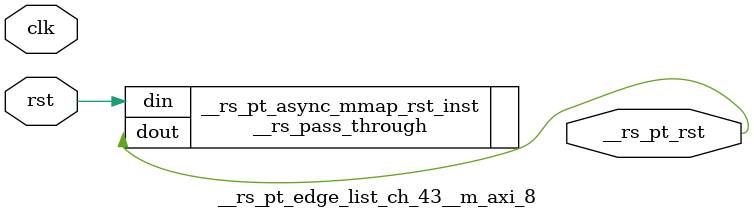
<source format=v>
`timescale 1 ns / 1 ps
/**   Generated by RapidStream   **/
module __rs_pt_edge_list_ch_43__m_axi_8 #(
    parameter BufferSize         = 32,
    parameter BufferSizeLog      = 5,
    parameter AddrWidth          = 64,
    parameter AxiSideAddrWidth   = 64,
    parameter DataWidth          = 512,
    parameter DataWidthBytesLog  = 6,
    parameter WaitTimeWidth      = 4,
    parameter BurstLenWidth      = 8,
    parameter EnableReadChannel  = 1,
    parameter EnableWriteChannel = 1,
    parameter MaxWaitTime        = 3,
    parameter MaxBurstLen        = 15
) (
    output wire __rs_pt_rst,
    input wire  clk,
    input wire  rst
);




__rs_pass_through #(
    .WIDTH (1)
) __rs_pt_async_mmap_rst_inst /**   Generated by RapidStream   **/ (
    .din  (rst),
    .dout (__rs_pt_rst)
);

endmodule  // __rs_pt_edge_list_ch_43__m_axi_8
</source>
